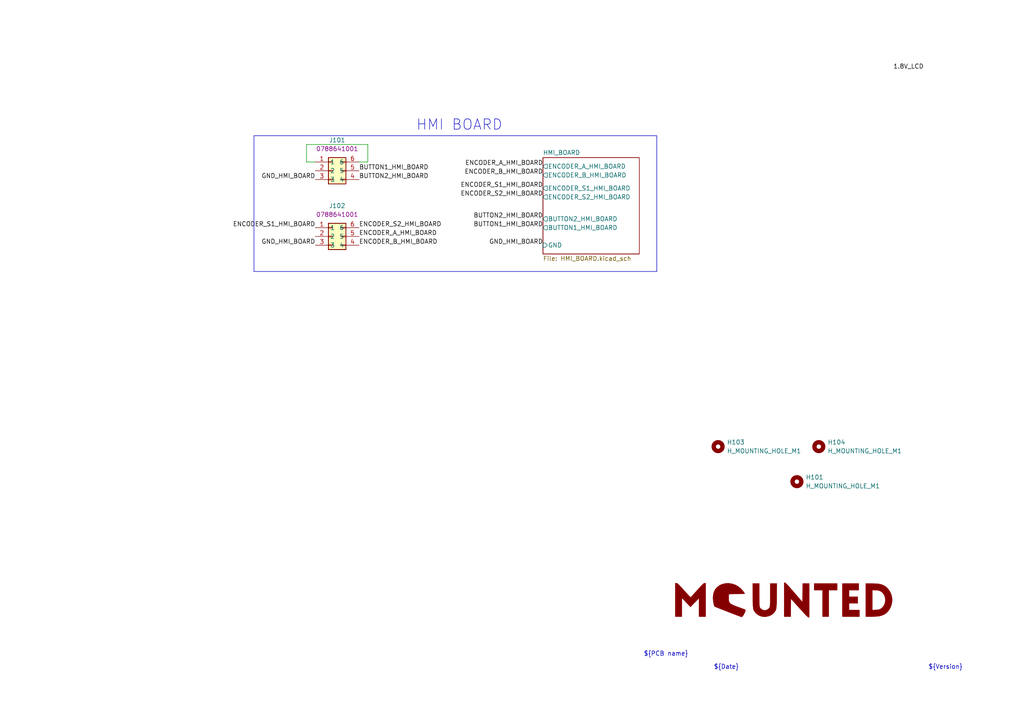
<source format=kicad_sch>
(kicad_sch (version 20230121) (generator eeschema)
  (paper "A4")
  (lib_symbols
    (symbol ".mounted-lib:H_MOUNTING_HOLE_M1" (in_bom no)
      (property "Reference" "H?" (at 2.54 1.2701 0))
      (property "Value" "H_MOUNTING_HOLE_M1" (at 40.64 12.7 0))
      (symbol "H_MOUNTING_HOLE_M1_0_1"
        (circle (center 0 0) (radius 1.27) (stroke (width 1.27)))
      )
    )
    (symbol ".mounted-lib:J_0788641001"
      (property "Reference" "J?" (at 0 7.62 0))
      (property "DisplayValue" "0788641001" (at 0 5.08 0))
      (symbol "J_0788641001_1_1"
        (rectangle (start -2.54 -2.413) (end -1.27 -2.667) (stroke (width 0.1524)))
        (rectangle (start -2.54 0.127) (end -1.27 -0.127) (stroke (width 0.1524)))
        (rectangle (start -2.54 2.667) (end -1.27 2.413) (stroke (width 0.1524)))
        (rectangle (start -2.54 3.81) (end 2.54 -3.81) (stroke (width 0.254)) (fill (type background)))
        (rectangle (start 2.54 -2.413) (end 1.27 -2.667) (stroke (width 0.1524)))
        (rectangle (start 2.54 0.127) (end 1.27 -0.127) (stroke (width 0.1524)))
        (rectangle (start 2.54 2.667) (end 1.27 2.413) (stroke (width 0.1524)))
        (pin passive line (at -6.35 2.54 0) (length 3.81) (name "1") (number "1"))
        (pin passive line (at -6.35 0 0) (length 3.81) (name "2") (number "2"))
        (pin passive line (at -6.35 -2.54 0) (length 3.81) (name "3") (number "3"))
        (pin passive line (at 6.35 -2.54 180) (length 3.81) (name "4") (number "4"))
        (pin passive line (at 6.35 0 180) (length 3.81) (name "5") (number "5"))
        (pin passive line (at 6.35 2.54 180) (length 3.81) (name "6") (number "6"))
      )
    )
    (symbol ".mounted-lib:mounted_logo" (pin_names (offset 1.016))
      (symbol "mounted_logo_0_0"
        (polyline (pts (xy 13.0541 -1.012) (xy 13.0541 2.8335) (xy 14.2685 2.8335) (xy 15.4828 2.8335) (xy 15.4828 3.7948) (xy 15.4828 4.7562) (xy 12.1434 4.7562) (xy 8.8039 4.7562) (xy 8.8039 3.7948) (xy 8.8039 2.8335) (xy 10.0183 2.8335) (xy 11.2326 2.8335) (xy 11.2326 -1.012) (xy 11.2326 -4.8574) (xy 12.1434 -4.8574) (xy 13.0541 -4.8574) (xy 13.0541 -1.012)) (stroke (width 0.01)) (fill (type outline)))
        (polyline (pts (xy 21.9593 -3.896) (xy 21.9593 -2.9347) (xy 20.4414 -2.9347) (xy 18.9235 -2.9347) (xy 18.9235 -1.9733) (xy 18.9235 -1.012) (xy 20.1884 -1.012) (xy 21.4533 -1.012) (xy 21.4533 -0.0506) (xy 21.4533 0.9107) (xy 20.1884 0.9107) (xy 18.9235 0.9107) (xy 18.9235 1.8721) (xy 18.9235 2.8335) (xy 20.3402 2.8335) (xy 21.7569 2.8335) (xy 21.7569 3.7948) (xy 21.7569 4.7562) (xy 19.3788 4.7562) (xy 17.0008 4.7562) (xy 17.0008 -0.0506) (xy 17.0008 -4.8574) (xy 19.48 -4.8574) (xy 21.9593 -4.8574) (xy 21.9593 -3.896)) (stroke (width 0.01)) (fill (type outline)))
        (polyline (pts (xy 7.3872 -0.1518) (xy 7.3872 4.7562) (xy 6.4275 4.7562) (xy 5.4678 4.7562) (xy 5.4409 2.0564) (xy 5.4139 -0.6433) (xy 3.0016 2.1576) (xy 2.3562 2.9042) (xy 1.8128 3.5255) (xy 1.3749 4.0164) (xy 1.0304 4.3895) (xy 0.7673 4.6575) (xy 0.5734 4.8332) (xy 0.4367 4.9293) (xy 0.3452 4.9585) (xy 0.1012 4.9585) (xy 0.1012 0.0506) (xy 0.1012 -4.8574) (xy 1.0608 -4.8574) (xy 2.0205 -4.8574) (xy 2.0475 -2.2586) (xy 2.0745 0.3401) (xy 4.5011 -2.3598) (xy 4.7 -2.5808) (xy 5.3538 -3.3024) (xy 5.8892 -3.8837) (xy 6.3167 -4.3354) (xy 6.6469 -4.6683) (xy 6.8901 -4.8929) (xy 7.0568 -5.0198) (xy 7.1575 -5.0598) (xy 7.3872 -5.0598) (xy 7.3872 -0.1518)) (stroke (width 0.01)) (fill (type outline)))
        (polyline (pts (xy -29.5449 -2.1504) (xy -29.5409 0.5566) (xy -28.3053 -0.7424) (xy -27.0698 -2.0414) (xy -25.8301 -0.7769) (xy -24.5905 0.4877) (xy -24.5905 -2.1848) (xy -24.5905 -4.8574) (xy -23.6291 -4.8574) (xy -22.6678 -4.8574) (xy -22.6678 0) (xy -22.6678 4.8574) (xy -22.9639 4.8574) (xy -23.0357 4.8497) (xy -23.152 4.8043) (xy -23.2999 4.7038) (xy -23.4963 4.5321) (xy -23.7582 4.2729) (xy -24.1025 3.9099) (xy -24.5462 3.4271) (xy -25.1062 2.8082) (xy -25.1312 2.7804) (xy -25.6173 2.2426) (xy -26.059 1.757) (xy -26.4383 1.3434) (xy -26.7368 1.0213) (xy -26.9366 0.8106) (xy -27.0195 0.7308) (xy -27.0218 0.7308) (xy -27.1159 0.8089) (xy -27.3249 1.0176) (xy -27.6307 1.3378) (xy -28.0155 1.7506) (xy -28.4613 2.237) (xy -28.9503 2.7779) (xy -29.0633 2.9036) (xy -29.5971 3.4952) (xy -30.0179 3.9544) (xy -30.3429 4.2978) (xy -30.5897 4.5419) (xy -30.7757 4.7032) (xy -30.9183 4.7982) (xy -31.0349 4.8433) (xy -31.1429 4.8552) (xy -31.4717 4.8574) (xy -31.4717 0) (xy -31.4717 -4.8574) (xy -30.5104 -4.8574) (xy -29.549 -4.8574) (xy -29.5449 -2.1504)) (stroke (width 0.01)) (fill (type outline)))
        (polyline (pts (xy 25.4253 -4.8556) (xy 25.6404 -4.8547) (xy 26.5575 -4.83) (xy 27.3171 -4.7676) (xy 27.9546 -4.662) (xy 28.505 -4.5079) (xy 29.0036 -4.2997) (xy 29.5084 -3.9977) (xy 30.1403 -3.435) (xy 30.6643 -2.7409) (xy 31.0657 -1.9468) (xy 31.3296 -1.0838) (xy 31.4411 -0.1834) (xy 31.3855 0.7233) (xy 31.3804 0.7543) (xy 31.1515 1.6264) (xy 30.7776 2.4404) (xy 30.2822 3.162) (xy 29.6889 3.7567) (xy 29.0211 4.19) (xy 28.8905 4.2515) (xy 28.3813 4.4468) (xy 27.8162 4.589) (xy 27.1592 4.6839) (xy 26.3743 4.7372) (xy 25.4253 4.7544) (xy 23.7808 4.7562) (xy 23.7808 -0.0506) (xy 23.7808 -2.9588) (xy 25.7035 -2.9588) (xy 25.7035 -0.0506) (xy 25.7035 2.8576) (xy 26.6396 2.8137) (xy 26.8905 2.7983) (xy 27.5042 2.7136) (xy 27.9891 2.5521) (xy 28.3954 2.2928) (xy 28.7736 1.9144) (xy 29.1102 1.4237) (xy 29.364 0.7385) (xy 29.4478 -0.0506) (xy 29.4393 -0.2952) (xy 29.3007 -1.042) (xy 29.0038 -1.702) (xy 28.5635 -2.248) (xy 27.9949 -2.6533) (xy 27.9266 -2.6869) (xy 27.6052 -2.8006) (xy 27.195 -2.8729) (xy 26.6396 -2.9149) (xy 25.7035 -2.9588) (xy 23.7808 -2.9588) (xy 23.7808 -4.8574) (xy 25.4253 -4.8556)) (stroke (width 0.01)) (fill (type outline)))
        (polyline (pts (xy -4.4754 -4.7478) (xy -3.7692 -4.467) (xy -3.1608 -4.0647) (xy -2.6916 -3.5562) (xy -2.613 -3.4418) (xy -2.4727 -3.2245) (xy -2.3593 -3.0132) (xy -2.2696 -2.7847) (xy -2.2006 -2.5159) (xy -2.149 -2.1837) (xy -2.1119 -1.7649) (xy -2.086 -1.2363) (xy -2.0683 -0.5748) (xy -2.0556 0.2428) (xy -2.0449 1.2396) (xy -2.0099 4.7562) (xy -2.9783 4.7562) (xy -3.9467 4.7562) (xy -3.9468 1.442) (xy -3.9473 0.7789) (xy -3.95 -0.014) (xy -3.956 -0.6426) (xy -3.9665 -1.1295) (xy -3.9826 -1.4973) (xy -4.0053 -1.7684) (xy -4.0357 -1.9652) (xy -4.0748 -2.1104) (xy -4.1239 -2.2263) (xy -4.3189 -2.4863) (xy -4.677 -2.7631) (xy -5.0995 -2.9601) (xy -5.5113 -3.0336) (xy -5.7577 -3.0059) (xy -6.2007 -2.8542) (xy -6.601 -2.6075) (xy -6.8788 -2.3081) (xy -6.9051 -2.2636) (xy -6.9556 -2.1601) (xy -6.9955 -2.0331) (xy -7.0261 -1.8603) (xy -7.0487 -1.6193) (xy -7.0643 -1.2877) (xy -7.0744 -0.8433) (xy -7.0801 -0.2635) (xy -7.0827 0.474) (xy -7.0833 1.3914) (xy -7.0837 4.7562) (xy -8.051 4.7562) (xy -9.0182 4.7562) (xy -8.983 1.189) (xy -8.9744 0.3875) (xy -8.9633 -0.4295) (xy -8.9503 -1.0843) (xy -8.9342 -1.5993) (xy -8.914 -1.9967) (xy -8.8883 -2.2985) (xy -8.8561 -2.5271) (xy -8.8161 -2.7046) (xy -8.7671 -2.8532) (xy -8.6157 -3.18) (xy -8.1881 -3.771) (xy -7.62 -4.2662) (xy -6.948 -4.6372) (xy -6.2083 -4.8553) (xy -6.0147 -4.8833) (xy -5.2378 -4.8917) (xy -4.4754 -4.7478)) (stroke (width 0.01)) (fill (type outline)))
        (polyline (pts (xy -12.033 -4.8536) (xy -11.8228 -4.6062) (xy -11.5946 -4.2448) (xy -11.3715 -3.8054) (xy -11.1767 -3.3242) (xy -11.1344 -3.2018) (xy -11.0898 -3.0068) (xy -11.143 -2.8972) (xy -11.3132 -2.7992) (xy -11.4369 -2.7453) (xy -11.7403 -2.6255) (xy -12.1683 -2.4635) (xy -12.6832 -2.2735) (xy -13.2473 -2.0698) (xy -13.685 -1.9116) (xy -14.3947 -1.6403) (xy -14.9424 -1.397) (xy -15.3488 -1.1615) (xy -15.6346 -0.9134) (xy -15.8208 -0.6324) (xy -15.928 -0.2982) (xy -15.9771 0.1096) (xy -15.9889 0.6113) (xy -15.9885 0.757) (xy -15.9792 1.1798) (xy -15.9532 1.4468) (xy -15.9049 1.5943) (xy -15.8288 1.6589) (xy -15.8013 1.6651) (xy -15.5957 1.6827) (xy -15.2307 1.6979) (xy -14.7385 1.7098) (xy -14.1513 1.7175) (xy -13.5013 1.7203) (xy -13.2539 1.7207) (xy -12.6407 1.7258) (xy -12.1129 1.736) (xy -11.6996 1.7502) (xy -11.4302 1.7676) (xy -11.3339 1.7873) (xy -11.3479 1.8507) (xy -11.4667 2.0761) (xy -11.6796 2.3844) (xy -11.9541 2.7332) (xy -12.2575 3.08) (xy -12.5574 3.3822) (xy -13.1861 3.8791) (xy -14.0562 4.357) (xy -14.9946 4.6741) (xy -15.9634 4.818) (xy -16.9248 4.7769) (xy -16.9567 4.7722) (xy -17.8565 4.5627) (xy -18.6212 4.2205) (xy -19.2773 3.7338) (xy -19.3987 3.6179) (xy -19.9135 2.9955) (xy -20.2685 2.2952) (xy -20.4741 1.4909) (xy -20.5407 0.5566) (xy -20.5381 0.4182) (xy -20.5054 -0.0257) (xy -20.4425 -0.5134) (xy -20.3587 -0.9959) (xy -20.2631 -1.4239) (xy -20.1651 -1.7483) (xy -20.0739 -1.9202) (xy -20.0687 -1.9236) (xy -19.9337 -1.9838) (xy -19.6386 -2.1053) (xy -19.2081 -2.2785) (xy -18.6668 -2.4936) (xy -18.0396 -2.7412) (xy -17.351 -3.0114) (xy -16.6258 -3.2948) (xy -15.8887 -3.5816) (xy -15.1644 -3.8623) (xy -14.4776 -4.1272) (xy -13.8529 -4.3666) (xy -13.3151 -4.571) (xy -12.8888 -4.7307) (xy -12.5988 -4.8361) (xy -12.5944 -4.8376) (xy -12.3603 -4.9142) (xy -12.2194 -4.9506) (xy -12.202 -4.9508) (xy -12.033 -4.8536)) (stroke (width 0.01)) (fill (type outline)))
      )
    )
  )
  (wire (pts (xy 104.14 46.99) (xy 106.68 46.99)))
  (wire (pts (xy 88.9 41.91) (xy 88.9 46.99)))
  (polyline (pts (xy 190.5 78.74) (xy 73.66 78.74)))
  (wire (pts (xy 106.68 46.99) (xy 106.68 41.91)))
  (polyline (pts (xy 73.66 39.37) (xy 190.5 39.37)))
  (polyline (pts (xy 73.66 39.37) (xy 73.66 78.74)))
  (polyline (pts (xy 190.5 39.37) (xy 190.5 78.74)))
  (wire (pts (xy 88.9 46.99) (xy 91.44 46.99)))
  (wire (pts (xy 106.68 41.91) (xy 88.9 41.91)))
  (text "${PCB name}" (at 186.69 190.5 0) (effects (font (size 1.27 1.27)) (justify left bottom)))
  (text "HMI BOARD\n" (at 120.65 38.1 0) (effects (font (size 3 3)) (justify left bottom)))
  (text "${Date}" (at 207.01 194.31 0) (effects (font (size 1.27 1.27)) (justify left bottom)))
  (text "${Version}" (at 269.24 194.31 0) (effects (font (size 1.27 1.27)) (justify left bottom)))
  (label "ENCODER_S2_HMI_BOARD" (at 157.48 57.15 180))
  (label "GND_HMI_BOARD" (at 91.44 71.12 180))
  (label "ENCODER_A_HMI_BOARD" (at 157.48 48.26 180))
  (label "GND_HMI_BOARD" (at 157.48 71.12 180))
  (label "ENCODER_B_HMI_BOARD" (at 157.48 50.8 180))
  (label "ENCODER_S1_HMI_BOARD" (at 157.48 54.61 180))
  (label "BUTTON2_HMI_BOARD" (at 157.48 63.5 180))
  (label "BUTTON1_HMI_BOARD" (at 157.48 66.04 180))
  (label "ENCODER_A_HMI_BOARD" (at 104.14 68.58 0))
  (label "ENCODER_S1_HMI_BOARD" (at 91.44 66.04 180))
  (label "BUTTON1_HMI_BOARD" (at 104.14 49.53 0))
  (label "GND_HMI_BOARD" (at 91.44 52.07 180))
  (label "ENCODER_S2_HMI_BOARD" (at 104.14 66.04 0))
  (label "ENCODER_B_HMI_BOARD" (at 104.14 71.12 0))
  (label "BUTTON2_HMI_BOARD" (at 104.14 52.07 0))
  (label "1.8V_LCD" (at 259.08 20.32 0))
  (symbol (lib_id ".mounted-lib:J_0788641001") (at 97.79 49.53 0) (unit 1)
    (property "Reference" "J101" (at 97.79 40.64 0))
    (property "Value" "J_0788641001" (effects hide))
    (property "Footprint" ".mounted-lib:J_788641001" (effects hide))
    (property "Datasheet" "https://www.molex.com/en-us/products/part-detail/0788641001" (effects hide))
    (property "Manufacturer" "MOLEX" (effects hide))
    (property "MPN" "0788641001" (effects hide))
    (property "DisplayValue" "0788641001" (at 97.79 43.18 0))
    (property "CMP_ID" "1090" (effects hide))
    (property "Category" "CONNECTOR" (effects hide))
    (property "Family" "SPRING CONNECTOR" (effects hide))
    (property "_Created" "JCN 2023-11-22" (effects hide))
    (property "Mount" "SMD" (effects hide))
    (property "Package" "6 POS" (effects hide))
    (property "TempMin_C" "-40°C" (effects hide))
    (property "TempMax_C" "85°C" (effects hide))
    (property "Automotive" "N" (effects hide))
    (property "MaxHeight_mm" "2mm" (effects hide))
  )
  (symbol (lib_id ".mounted-lib:H_MOUNTING_HOLE_M1") (at 231.14 139.7 0) (unit 1) (in_bom no)
    (property "Reference" "H101" (at 233.68 138.43 0) (effects (justify left)))
    (property "Value" "H_MOUNTING_HOLE_M1" (at 233.68 140.97 0) (effects (justify left)))
    (property "Footprint" ".mounted-lib:MountingHole_1.2mm_M1" (effects hide))
    (property "Datasheet" "http://127.0.0.1" (effects hide))
    (property "DisplayValue" "Screw" (effects hide))
    (property "Category" "MECHANICAL" (effects hide))
    (property "Family" "Hole" (effects hide))
    (property "_Created" "GCE 2022-06-15" (effects hide))
    (property "Mount" "PCB" (effects hide))
    (property "Package" "1.2mm HOLE" (effects hide))
    (property "Automotive" "N" (effects hide))
    (property "MaxHeight_mm" "0mm" (effects hide))
  )
  (symbol (lib_id ".mounted-lib:mounted_logo") (at 227.33 173.99 0) (unit 1)
    (property "Reference" "LOGO101" (effects hide))
    (property "Value" "mounted_logo" (effects hide))
    (property "Footprint" ".mounted-lib:mounted_logo" (effects hide))
  )
  (symbol (lib_id ".mounted-lib:J_0788641001") (at 97.79 68.58 0) (unit 1)
    (property "Reference" "J102" (at 97.79 59.69 0))
    (property "Value" "J_0788641001" (effects hide))
    (property "Footprint" ".mounted-lib:J_788641001" (effects hide))
    (property "Datasheet" "https://www.molex.com/en-us/products/part-detail/0788641001" (effects hide))
    (property "Manufacturer" "MOLEX" (effects hide))
    (property "MPN" "0788641001" (effects hide))
    (property "DisplayValue" "0788641001" (at 97.79 62.23 0))
    (property "CMP_ID" "1090" (effects hide))
    (property "Category" "CONNECTOR" (effects hide))
    (property "Family" "SPRING CONNECTOR" (effects hide))
    (property "_Created" "JCN 2023-11-22" (effects hide))
    (property "Mount" "SMD" (effects hide))
    (property "Package" "6 POS" (effects hide))
    (property "TempMin_C" "-40°C" (effects hide))
    (property "TempMax_C" "85°C" (effects hide))
    (property "Automotive" "N" (effects hide))
    (property "MaxHeight_mm" "2mm" (effects hide))
  )
  (symbol (lib_id ".mounted-lib:H_MOUNTING_HOLE_M1") (at 237.49 129.54 0) (unit 1) (in_bom no)
    (property "Reference" "H104" (at 240.03 128.27 0) (effects (justify left)))
    (property "Value" "H_MOUNTING_HOLE_M1" (at 240.03 130.81 0) (effects (justify left)))
    (property "Footprint" ".mounted-lib:MountingHole_1.2mm_M1" (effects hide))
    (property "Datasheet" "http://127.0.0.1" (effects hide))
    (property "DisplayValue" "Screw" (effects hide))
    (property "Category" "MECHANICAL" (effects hide))
    (property "Family" "Hole" (effects hide))
    (property "_Created" "GCE 2022-06-15" (effects hide))
    (property "Mount" "PCB" (effects hide))
    (property "Package" "1.2mm HOLE" (effects hide))
    (property "Automotive" "N" (effects hide))
    (property "MaxHeight_mm" "0mm" (effects hide))
  )
  (symbol (lib_id ".mounted-lib:H_MOUNTING_HOLE_M1") (at 208.28 129.54 0) (unit 1) (in_bom no)
    (property "Reference" "H103" (at 210.82 128.27 0) (effects (justify left)))
    (property "Value" "H_MOUNTING_HOLE_M1" (at 210.82 130.81 0) (effects (justify left)))
    (property "Footprint" ".mounted-lib:MountingHole_1.2mm_M1" (effects hide))
    (property "Datasheet" "http://127.0.0.1" (effects hide))
    (property "DisplayValue" "Screw" (effects hide))
    (property "Category" "MECHANICAL" (effects hide))
    (property "Family" "Hole" (effects hide))
    (property "_Created" "GCE 2022-06-15" (effects hide))
    (property "Mount" "PCB" (effects hide))
    (property "Package" "1.2mm HOLE" (effects hide))
    (property "Automotive" "N" (effects hide))
    (property "MaxHeight_mm" "0mm" (effects hide))
  )
  (sheet (at 157.48 45.72) (size 27.94 27.94) (stroke (width 0.1524))
    (property "Sheetname" "HMI_BOARD" (at 157.48 45.0084 0) (effects (justify left bottom)))
    (property "Sheetfile" "HMI_BOARD.kicad_sch" (at 157.48 74.2446 0) (effects (justify left top)))
    (pin "ENCODER_S2_HMI_BOARD" output (at 157.48 57.15 180))
    (pin "ENCODER_S1_HMI_BOARD" output (at 157.48 54.61 180))
    (pin "BUTTON2_HMI_BOARD" output (at 157.48 63.5 180))
    (pin "BUTTON1_HMI_BOARD" output (at 157.48 66.04 180))
    (pin "ENCODER_A_HMI_BOARD" output (at 157.48 48.26 180))
    (pin "ENCODER_B_HMI_BOARD" output (at 157.48 50.8 180))
    (pin "GND" input (at 157.48 71.12 180))
  )
)
</source>
